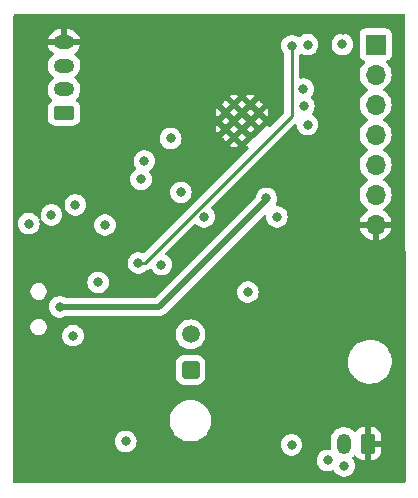
<source format=gbr>
%TF.GenerationSoftware,KiCad,Pcbnew,7.0.10-7.0.10~ubuntu22.04.1*%
%TF.CreationDate,2024-01-30T00:04:26+01:00*%
%TF.ProjectId,MailBox_LP_Notifier,4d61696c-426f-4785-9f4c-505f4e6f7469,rev?*%
%TF.SameCoordinates,Original*%
%TF.FileFunction,Copper,L2,Inr*%
%TF.FilePolarity,Positive*%
%FSLAX46Y46*%
G04 Gerber Fmt 4.6, Leading zero omitted, Abs format (unit mm)*
G04 Created by KiCad (PCBNEW 7.0.10-7.0.10~ubuntu22.04.1) date 2024-01-30 00:04:26*
%MOMM*%
%LPD*%
G01*
G04 APERTURE LIST*
G04 Aperture macros list*
%AMRoundRect*
0 Rectangle with rounded corners*
0 $1 Rounding radius*
0 $2 $3 $4 $5 $6 $7 $8 $9 X,Y pos of 4 corners*
0 Add a 4 corners polygon primitive as box body*
4,1,4,$2,$3,$4,$5,$6,$7,$8,$9,$2,$3,0*
0 Add four circle primitives for the rounded corners*
1,1,$1+$1,$2,$3*
1,1,$1+$1,$4,$5*
1,1,$1+$1,$6,$7*
1,1,$1+$1,$8,$9*
0 Add four rect primitives between the rounded corners*
20,1,$1+$1,$2,$3,$4,$5,0*
20,1,$1+$1,$4,$5,$6,$7,0*
20,1,$1+$1,$6,$7,$8,$9,0*
20,1,$1+$1,$8,$9,$2,$3,0*%
G04 Aperture macros list end*
%TA.AperFunction,HeatsinkPad*%
%ADD10C,0.600000*%
%TD*%
%TA.AperFunction,ComponentPad*%
%ADD11RoundRect,0.250001X0.499999X0.499999X-0.499999X0.499999X-0.499999X-0.499999X0.499999X-0.499999X0*%
%TD*%
%TA.AperFunction,ComponentPad*%
%ADD12C,1.500000*%
%TD*%
%TA.AperFunction,ComponentPad*%
%ADD13R,1.700000X1.700000*%
%TD*%
%TA.AperFunction,ComponentPad*%
%ADD14O,1.700000X1.700000*%
%TD*%
%TA.AperFunction,ComponentPad*%
%ADD15RoundRect,0.250000X0.625000X-0.350000X0.625000X0.350000X-0.625000X0.350000X-0.625000X-0.350000X0*%
%TD*%
%TA.AperFunction,ComponentPad*%
%ADD16O,1.750000X1.200000*%
%TD*%
%TA.AperFunction,ComponentPad*%
%ADD17RoundRect,0.250000X0.350000X0.625000X-0.350000X0.625000X-0.350000X-0.625000X0.350000X-0.625000X0*%
%TD*%
%TA.AperFunction,ComponentPad*%
%ADD18O,1.200000X1.750000*%
%TD*%
%TA.AperFunction,ViaPad*%
%ADD19C,0.800000*%
%TD*%
%TA.AperFunction,Conductor*%
%ADD20C,0.250000*%
%TD*%
%TA.AperFunction,Conductor*%
%ADD21C,0.500000*%
%TD*%
G04 APERTURE END LIST*
D10*
%TO.N,GND*%
%TO.C,U3*%
X137161000Y-71485400D03*
X136436000Y-72185400D03*
X136436000Y-69385400D03*
X137161000Y-70085400D03*
X137836000Y-69385400D03*
X135736000Y-70085400D03*
X137836000Y-70785400D03*
X138536000Y-71485400D03*
X137836000Y-72185400D03*
X135736000Y-71485400D03*
X136436000Y-70785400D03*
X138536000Y-70085400D03*
%TD*%
D11*
%TO.N,Net-(D1-Pad2)*%
%TO.C,SW1*%
X132765800Y-91871800D03*
D12*
%TO.N,VDD*%
X132765800Y-88871800D03*
%TD*%
D13*
%TO.N,DRT*%
%TO.C,J2*%
X148437200Y-64332800D03*
D14*
%TO.N,RTS*%
X148437200Y-66872800D03*
%TO.N,TX*%
X148437200Y-69412800D03*
%TO.N,RX*%
X148437200Y-71952800D03*
%TO.N,+3V3*%
X148437200Y-74492800D03*
%TO.N,unconnected-(J2-Pad6)*%
X148437200Y-77032800D03*
%TO.N,GND*%
X148437200Y-79572800D03*
%TD*%
D15*
%TO.N,SCL*%
%TO.C,J3*%
X122058600Y-70132200D03*
D16*
%TO.N,SDA*%
X122058600Y-68132200D03*
%TO.N,+3V3*%
X122058600Y-66132200D03*
%TO.N,GND*%
X122058600Y-64132200D03*
%TD*%
D17*
%TO.N,GND*%
%TO.C,J1*%
X147761200Y-98129000D03*
D18*
%TO.N,VDD*%
X145761200Y-98129000D03*
%TD*%
D19*
%TO.N,GND*%
X142468600Y-81153000D03*
X129336800Y-63068200D03*
X129489200Y-92303600D03*
X121818400Y-95580200D03*
X123126500Y-82334100D03*
X149199600Y-99542600D03*
X142468600Y-80314800D03*
X124333000Y-63060400D03*
X124981000Y-88302800D03*
X139340102Y-97667300D03*
X139725400Y-100228400D03*
X142646400Y-63042800D03*
X143306800Y-93624400D03*
X140880600Y-86144600D03*
X145643600Y-63068200D03*
X136271000Y-93878400D03*
X119100600Y-74472800D03*
X125433000Y-63060400D03*
X147751800Y-100025200D03*
X140156600Y-93498000D03*
%TO.N,VDD*%
X141325600Y-98221800D03*
X140081000Y-78917800D03*
X133908800Y-78917800D03*
X144373600Y-99542600D03*
X119075200Y-79502000D03*
X145770600Y-99999800D03*
X123012200Y-77901800D03*
X131089400Y-72288400D03*
%TO.N,+3V3*%
X124942600Y-84480400D03*
X122819600Y-88991000D03*
X142671800Y-64338200D03*
X145618200Y-64312800D03*
X130288800Y-82969600D03*
%TO.N,V_SENSE*%
X142671800Y-71120000D03*
%TO.N,~{INT}*%
X120993200Y-78752400D03*
X128854200Y-74193400D03*
%TO.N,MCU_HOLD*%
X128574800Y-75742800D03*
%TO.N,TX*%
X142319988Y-68119012D03*
%TO.N,RX*%
X142367000Y-69545200D03*
%TO.N,IO0*%
X125526800Y-79603600D03*
%TO.N,RST*%
X141351000Y-64439800D03*
X128346200Y-82829400D03*
%TO.N,VCC_SW*%
X121691400Y-86537800D03*
X139192000Y-77368400D03*
%TO.N,C_REED*%
X127279400Y-97942400D03*
%TO.N,WU_BUT*%
X131955079Y-76858487D03*
%TO.N,Net-(Q2-Pad1)*%
X137617878Y-85298033D03*
%TD*%
D20*
%TO.N,RST*%
X141351000Y-64439800D02*
X141351000Y-70367305D01*
X141351000Y-70367305D02*
X128888905Y-82829400D01*
X128888905Y-82829400D02*
X128346200Y-82829400D01*
D21*
%TO.N,VCC_SW*%
X139192000Y-77470000D02*
X139192000Y-77368400D01*
X130124200Y-86537800D02*
X139192000Y-77470000D01*
X121691400Y-86537800D02*
X130124200Y-86537800D01*
%TD*%
%TA.AperFunction,Conductor*%
%TO.N,GND*%
G36*
X150897388Y-61785402D02*
G01*
X150943881Y-61839058D01*
X150955267Y-61891330D01*
X150977030Y-101346430D01*
X150957066Y-101414562D01*
X150903436Y-101461085D01*
X150851030Y-101472500D01*
X117855640Y-101472500D01*
X117787519Y-101452498D01*
X117741026Y-101398842D01*
X117729640Y-101346361D01*
X117730628Y-100451100D01*
X117731630Y-99542600D01*
X143460096Y-99542600D01*
X143480057Y-99732527D01*
X143505189Y-99809872D01*
X143539073Y-99914156D01*
X143539076Y-99914161D01*
X143634558Y-100079541D01*
X143634565Y-100079551D01*
X143762344Y-100221464D01*
X143762347Y-100221466D01*
X143916848Y-100333718D01*
X144091312Y-100411394D01*
X144278113Y-100451100D01*
X144469087Y-100451100D01*
X144655888Y-100411394D01*
X144793526Y-100350113D01*
X144863891Y-100340680D01*
X144928188Y-100370786D01*
X144953892Y-100402220D01*
X145031560Y-100536744D01*
X145031562Y-100536747D01*
X145031565Y-100536751D01*
X145159344Y-100678664D01*
X145159347Y-100678666D01*
X145313848Y-100790918D01*
X145488312Y-100868594D01*
X145675113Y-100908300D01*
X145866087Y-100908300D01*
X146052888Y-100868594D01*
X146227352Y-100790918D01*
X146381853Y-100678666D01*
X146509640Y-100536744D01*
X146605127Y-100371356D01*
X146664142Y-100189728D01*
X146684104Y-99999800D01*
X146664142Y-99809872D01*
X146605127Y-99628244D01*
X146509640Y-99462856D01*
X146509638Y-99462854D01*
X146509634Y-99462848D01*
X146477240Y-99426872D01*
X146446522Y-99362865D01*
X146455285Y-99292411D01*
X146486396Y-99250021D01*
X146486273Y-99249904D01*
X146487183Y-99248949D01*
X146488374Y-99247327D01*
X146490410Y-99245562D01*
X146490415Y-99245559D01*
X146580152Y-99151444D01*
X146641636Y-99115946D01*
X146712553Y-99119324D01*
X146770385Y-99160505D01*
X146778584Y-99172247D01*
X146812565Y-99227339D01*
X146812570Y-99227345D01*
X146937854Y-99352629D01*
X146937860Y-99352634D01*
X147088674Y-99445657D01*
X147256878Y-99501393D01*
X147256881Y-99501394D01*
X147360683Y-99511999D01*
X147360683Y-99512000D01*
X147507200Y-99512000D01*
X147507200Y-98406503D01*
X147580252Y-98463363D01*
X147698624Y-98504000D01*
X147792273Y-98504000D01*
X147884646Y-98488586D01*
X147994714Y-98429019D01*
X148015200Y-98406765D01*
X148015200Y-99512000D01*
X148161717Y-99512000D01*
X148161716Y-99511999D01*
X148265518Y-99501394D01*
X148265521Y-99501393D01*
X148433725Y-99445657D01*
X148584539Y-99352634D01*
X148584545Y-99352629D01*
X148709829Y-99227345D01*
X148709834Y-99227339D01*
X148802857Y-99076525D01*
X148858593Y-98908321D01*
X148858594Y-98908318D01*
X148869199Y-98804516D01*
X148869200Y-98804516D01*
X148869200Y-98383000D01*
X148037078Y-98383000D01*
X148079478Y-98336941D01*
X148129751Y-98222330D01*
X148140086Y-98097605D01*
X148109363Y-97976281D01*
X148043192Y-97875000D01*
X148869200Y-97875000D01*
X148869200Y-97453483D01*
X148858594Y-97349681D01*
X148858593Y-97349678D01*
X148802857Y-97181474D01*
X148709834Y-97030660D01*
X148709829Y-97030654D01*
X148584545Y-96905370D01*
X148584539Y-96905365D01*
X148433725Y-96812342D01*
X148265521Y-96756606D01*
X148265518Y-96756605D01*
X148161716Y-96746000D01*
X148015200Y-96746000D01*
X148015200Y-97851496D01*
X147942148Y-97794637D01*
X147823776Y-97754000D01*
X147730127Y-97754000D01*
X147637754Y-97769414D01*
X147527686Y-97828981D01*
X147507200Y-97851234D01*
X147507200Y-96746000D01*
X147360683Y-96746000D01*
X147256881Y-96756605D01*
X147256878Y-96756606D01*
X147088674Y-96812342D01*
X146937860Y-96905365D01*
X146937854Y-96905370D01*
X146812570Y-97030654D01*
X146812563Y-97030663D01*
X146780423Y-97082770D01*
X146727637Y-97130248D01*
X146657562Y-97141650D01*
X146592446Y-97113357D01*
X146574139Y-97094508D01*
X146567107Y-97085566D01*
X146567106Y-97085565D01*
X146407122Y-96946938D01*
X146407111Y-96946930D01*
X146223787Y-96841089D01*
X146223780Y-96841086D01*
X146023730Y-96771848D01*
X146023729Y-96771847D01*
X146023727Y-96771847D01*
X146023725Y-96771846D01*
X146023719Y-96771845D01*
X145814185Y-96741718D01*
X145602736Y-96751790D01*
X145602723Y-96751792D01*
X145397001Y-96801700D01*
X145396995Y-96801702D01*
X145204428Y-96889644D01*
X145204421Y-96889648D01*
X145031991Y-97012435D01*
X145031981Y-97012444D01*
X144885895Y-97165656D01*
X144771444Y-97343745D01*
X144692763Y-97540281D01*
X144652700Y-97748146D01*
X144652700Y-98456804D01*
X144657463Y-98506688D01*
X144644026Y-98576402D01*
X144595032Y-98627784D01*
X144526037Y-98644521D01*
X144505837Y-98641911D01*
X144469089Y-98634100D01*
X144469087Y-98634100D01*
X144278113Y-98634100D01*
X144091311Y-98673806D01*
X143916847Y-98751482D01*
X143762344Y-98863735D01*
X143634565Y-99005648D01*
X143634558Y-99005658D01*
X143539076Y-99171038D01*
X143539073Y-99171045D01*
X143480057Y-99352672D01*
X143460096Y-99542600D01*
X117731630Y-99542600D01*
X117733395Y-97942400D01*
X126365896Y-97942400D01*
X126385857Y-98132327D01*
X126414929Y-98221800D01*
X126444873Y-98313956D01*
X126444876Y-98313961D01*
X126540358Y-98479341D01*
X126540365Y-98479351D01*
X126668144Y-98621264D01*
X126668147Y-98621266D01*
X126822648Y-98733518D01*
X126997112Y-98811194D01*
X127183913Y-98850900D01*
X127374887Y-98850900D01*
X127561688Y-98811194D01*
X127736152Y-98733518D01*
X127890653Y-98621266D01*
X127990973Y-98509849D01*
X128018434Y-98479351D01*
X128018435Y-98479349D01*
X128018440Y-98479344D01*
X128113927Y-98313956D01*
X128143871Y-98221800D01*
X140412096Y-98221800D01*
X140432057Y-98411727D01*
X140437676Y-98429019D01*
X140491073Y-98593356D01*
X140491076Y-98593361D01*
X140586558Y-98758741D01*
X140586565Y-98758751D01*
X140714344Y-98900664D01*
X140714347Y-98900666D01*
X140868848Y-99012918D01*
X141043312Y-99090594D01*
X141230113Y-99130300D01*
X141421087Y-99130300D01*
X141607888Y-99090594D01*
X141782352Y-99012918D01*
X141936853Y-98900666D01*
X141970107Y-98863734D01*
X142064634Y-98758751D01*
X142064635Y-98758749D01*
X142064640Y-98758744D01*
X142160127Y-98593356D01*
X142219142Y-98411728D01*
X142239104Y-98221800D01*
X142219142Y-98031872D01*
X142160127Y-97850244D01*
X142064640Y-97684856D01*
X142064638Y-97684854D01*
X142064634Y-97684848D01*
X141936855Y-97542935D01*
X141782352Y-97430682D01*
X141607888Y-97353006D01*
X141421087Y-97313300D01*
X141230113Y-97313300D01*
X141043311Y-97353006D01*
X140868847Y-97430682D01*
X140714344Y-97542935D01*
X140586565Y-97684848D01*
X140586558Y-97684858D01*
X140491076Y-97850238D01*
X140491073Y-97850245D01*
X140432057Y-98031872D01*
X140412096Y-98221800D01*
X128143871Y-98221800D01*
X128172942Y-98132328D01*
X128192904Y-97942400D01*
X128172942Y-97752472D01*
X128113927Y-97570844D01*
X128018440Y-97405456D01*
X128018438Y-97405454D01*
X128018434Y-97405448D01*
X127890655Y-97263535D01*
X127736152Y-97151282D01*
X127561688Y-97073606D01*
X127374887Y-97033900D01*
X127183913Y-97033900D01*
X126997111Y-97073606D01*
X126822647Y-97151282D01*
X126668144Y-97263535D01*
X126540365Y-97405448D01*
X126540358Y-97405458D01*
X126444876Y-97570838D01*
X126444873Y-97570845D01*
X126385857Y-97752472D01*
X126365896Y-97942400D01*
X117733395Y-97942400D01*
X117735182Y-96322982D01*
X131015300Y-96322982D01*
X131037024Y-96467111D01*
X131054404Y-96582419D01*
X131131733Y-96833114D01*
X131131738Y-96833127D01*
X131245573Y-97069506D01*
X131245577Y-97069513D01*
X131377860Y-97263535D01*
X131393367Y-97286279D01*
X131571819Y-97478605D01*
X131776943Y-97642186D01*
X131776946Y-97642188D01*
X132004152Y-97773366D01*
X132004156Y-97773367D01*
X132004157Y-97773368D01*
X132248384Y-97869220D01*
X132504170Y-97927602D01*
X132700306Y-97942300D01*
X132700307Y-97942300D01*
X132831293Y-97942300D01*
X132831294Y-97942300D01*
X133027430Y-97927602D01*
X133283216Y-97869220D01*
X133527443Y-97773368D01*
X133527445Y-97773366D01*
X133527447Y-97773366D01*
X133752795Y-97643261D01*
X133754657Y-97642186D01*
X133959781Y-97478605D01*
X134138233Y-97286279D01*
X134286028Y-97069504D01*
X134399863Y-96833123D01*
X134418765Y-96771845D01*
X134477195Y-96582419D01*
X134477196Y-96582415D01*
X134516300Y-96322982D01*
X134516300Y-96060618D01*
X134477196Y-95801185D01*
X134477195Y-95801183D01*
X134477195Y-95801180D01*
X134399866Y-95550485D01*
X134399861Y-95550472D01*
X134351654Y-95450370D01*
X134286028Y-95314096D01*
X134286026Y-95314093D01*
X134286022Y-95314086D01*
X134138237Y-95097327D01*
X134138233Y-95097321D01*
X133959781Y-94904995D01*
X133754657Y-94741414D01*
X133754652Y-94741411D01*
X133754653Y-94741411D01*
X133527447Y-94610233D01*
X133527439Y-94610230D01*
X133283219Y-94514381D01*
X133283217Y-94514380D01*
X133027433Y-94455998D01*
X132880328Y-94444974D01*
X132831294Y-94441300D01*
X132700306Y-94441300D01*
X132661078Y-94444239D01*
X132504166Y-94455998D01*
X132248382Y-94514380D01*
X132248380Y-94514381D01*
X132004160Y-94610230D01*
X132004152Y-94610233D01*
X131776946Y-94741411D01*
X131571818Y-94904995D01*
X131393366Y-95097322D01*
X131393362Y-95097327D01*
X131245577Y-95314086D01*
X131245573Y-95314093D01*
X131131738Y-95550472D01*
X131131733Y-95550485D01*
X131054404Y-95801180D01*
X131032679Y-95945314D01*
X131015300Y-96060618D01*
X131015300Y-96322982D01*
X117735182Y-96322982D01*
X117739485Y-92422352D01*
X131507299Y-92422352D01*
X131517912Y-92526221D01*
X131517912Y-92526223D01*
X131517913Y-92526225D01*
X131573685Y-92694538D01*
X131597683Y-92733444D01*
X131666770Y-92845451D01*
X131666775Y-92845457D01*
X131792142Y-92970824D01*
X131792148Y-92970829D01*
X131792149Y-92970830D01*
X131943062Y-93063915D01*
X132111375Y-93119687D01*
X132139706Y-93122581D01*
X132215248Y-93130300D01*
X132215256Y-93130300D01*
X133316352Y-93130300D01*
X133385598Y-93123224D01*
X133420225Y-93119687D01*
X133588538Y-93063915D01*
X133739451Y-92970830D01*
X133864830Y-92845451D01*
X133957915Y-92694538D01*
X134013687Y-92526225D01*
X134019041Y-92473820D01*
X134024300Y-92422352D01*
X134024300Y-91321247D01*
X134017405Y-91253765D01*
X146100788Y-91253765D01*
X146130412Y-91523014D01*
X146198928Y-91785090D01*
X146304869Y-92034389D01*
X146304870Y-92034390D01*
X146445982Y-92265610D01*
X146619255Y-92473820D01*
X146619257Y-92473822D01*
X146619259Y-92473824D01*
X146724236Y-92567883D01*
X146820998Y-92654582D01*
X147046910Y-92804044D01*
X147292176Y-92919020D01*
X147551569Y-92997060D01*
X147551572Y-92997060D01*
X147551574Y-92997061D01*
X147819557Y-93036500D01*
X147819561Y-93036500D01*
X148022631Y-93036500D01*
X148225156Y-93021677D01*
X148225160Y-93021676D01*
X148225161Y-93021676D01*
X148453415Y-92970830D01*
X148489553Y-92962780D01*
X148742558Y-92866014D01*
X148978777Y-92733441D01*
X149193177Y-92567888D01*
X149381186Y-92372881D01*
X149538799Y-92152579D01*
X149662656Y-91911675D01*
X149750118Y-91655305D01*
X149799319Y-91388933D01*
X149809212Y-91118235D01*
X149784996Y-90898148D01*
X149779587Y-90848985D01*
X149711071Y-90586909D01*
X149605130Y-90337610D01*
X149464018Y-90106390D01*
X149290745Y-89898180D01*
X149290741Y-89898177D01*
X149290740Y-89898175D01*
X149089012Y-89717427D01*
X149089002Y-89717418D01*
X148863090Y-89567956D01*
X148617824Y-89452980D01*
X148460392Y-89405615D01*
X148358425Y-89374938D01*
X148090442Y-89335500D01*
X148090439Y-89335500D01*
X147887369Y-89335500D01*
X147684839Y-89350323D01*
X147684838Y-89350323D01*
X147420456Y-89409217D01*
X147420441Y-89409222D01*
X147167441Y-89505986D01*
X146931229Y-89638555D01*
X146931225Y-89638557D01*
X146716818Y-89804116D01*
X146528815Y-89999117D01*
X146528810Y-89999123D01*
X146371203Y-90219417D01*
X146371196Y-90219427D01*
X146247343Y-90460324D01*
X146247342Y-90460327D01*
X146159883Y-90716689D01*
X146159880Y-90716702D01*
X146110681Y-90983058D01*
X146110680Y-90983069D01*
X146100788Y-91253765D01*
X134017405Y-91253765D01*
X134013687Y-91217378D01*
X134013687Y-91217375D01*
X133957915Y-91049062D01*
X133864830Y-90898149D01*
X133864829Y-90898148D01*
X133864824Y-90898142D01*
X133739457Y-90772775D01*
X133739451Y-90772770D01*
X133648530Y-90716689D01*
X133588538Y-90679685D01*
X133420225Y-90623913D01*
X133420223Y-90623912D01*
X133420221Y-90623912D01*
X133316352Y-90613300D01*
X133316344Y-90613300D01*
X132215256Y-90613300D01*
X132215248Y-90613300D01*
X132111378Y-90623912D01*
X131943062Y-90679685D01*
X131943060Y-90679686D01*
X131792148Y-90772770D01*
X131792142Y-90772775D01*
X131666775Y-90898142D01*
X131666770Y-90898148D01*
X131573686Y-91049060D01*
X131573685Y-91049062D01*
X131517912Y-91217378D01*
X131507300Y-91321247D01*
X131507300Y-92422352D01*
X131507299Y-92422352D01*
X117739485Y-92422352D01*
X117743270Y-88991000D01*
X121906096Y-88991000D01*
X121926057Y-89180927D01*
X121956126Y-89273470D01*
X121985073Y-89362556D01*
X121985076Y-89362561D01*
X122080558Y-89527941D01*
X122080565Y-89527951D01*
X122208344Y-89669864D01*
X122208347Y-89669866D01*
X122362848Y-89782118D01*
X122537312Y-89859794D01*
X122724113Y-89899500D01*
X122915087Y-89899500D01*
X123101888Y-89859794D01*
X123276352Y-89782118D01*
X123430853Y-89669866D01*
X123558640Y-89527944D01*
X123654127Y-89362556D01*
X123713142Y-89180928D01*
X123733104Y-88991000D01*
X123720576Y-88871800D01*
X131502493Y-88871800D01*
X131521685Y-89091170D01*
X131578679Y-89303873D01*
X131578681Y-89303879D01*
X131606045Y-89362561D01*
X131671744Y-89503454D01*
X131766345Y-89638557D01*
X131798051Y-89683838D01*
X131798054Y-89683842D01*
X131953757Y-89839545D01*
X131953761Y-89839548D01*
X131953762Y-89839549D01*
X132134146Y-89965856D01*
X132333724Y-90058920D01*
X132546429Y-90115915D01*
X132765800Y-90135107D01*
X132985171Y-90115915D01*
X133197876Y-90058920D01*
X133397454Y-89965856D01*
X133577838Y-89839549D01*
X133733549Y-89683838D01*
X133859856Y-89503454D01*
X133952920Y-89303876D01*
X134009915Y-89091171D01*
X134029107Y-88871800D01*
X134009915Y-88652429D01*
X133952920Y-88439724D01*
X133859856Y-88240147D01*
X133733549Y-88059762D01*
X133577838Y-87904051D01*
X133397454Y-87777744D01*
X133258219Y-87712818D01*
X133197879Y-87684681D01*
X133197873Y-87684679D01*
X133107978Y-87660591D01*
X132985171Y-87627685D01*
X132765800Y-87608493D01*
X132546429Y-87627685D01*
X132333726Y-87684679D01*
X132333720Y-87684681D01*
X132134146Y-87777744D01*
X131953765Y-87904048D01*
X131953759Y-87904053D01*
X131798053Y-88059759D01*
X131798048Y-88059765D01*
X131671744Y-88240146D01*
X131578681Y-88439720D01*
X131578679Y-88439726D01*
X131521685Y-88652429D01*
X131502493Y-88871800D01*
X123720576Y-88871800D01*
X123713142Y-88801072D01*
X123654127Y-88619444D01*
X123558640Y-88454056D01*
X123558638Y-88454054D01*
X123558634Y-88454048D01*
X123430855Y-88312135D01*
X123276352Y-88199882D01*
X123101888Y-88122206D01*
X122915087Y-88082500D01*
X122724113Y-88082500D01*
X122537311Y-88122206D01*
X122362847Y-88199882D01*
X122208344Y-88312135D01*
X122080565Y-88454048D01*
X122080558Y-88454058D01*
X122059100Y-88491225D01*
X121985073Y-88619444D01*
X121970599Y-88663986D01*
X121926057Y-88801072D01*
X121906096Y-88991000D01*
X117743270Y-88991000D01*
X117744003Y-88326059D01*
X119205500Y-88326059D01*
X119246208Y-88491221D01*
X119246210Y-88491225D01*
X119325265Y-88641851D01*
X119325270Y-88641857D01*
X119438069Y-88769181D01*
X119438071Y-88769183D01*
X119578070Y-88865818D01*
X119578074Y-88865820D01*
X119667172Y-88899609D01*
X119737128Y-88926140D01*
X119863628Y-88941500D01*
X119863632Y-88941500D01*
X119948368Y-88941500D01*
X119948372Y-88941500D01*
X120074872Y-88926140D01*
X120233930Y-88865818D01*
X120373929Y-88769183D01*
X120486734Y-88641852D01*
X120565790Y-88491225D01*
X120606500Y-88326056D01*
X120606500Y-88155944D01*
X120565790Y-87990775D01*
X120486734Y-87840148D01*
X120431447Y-87777742D01*
X120373930Y-87712818D01*
X120373928Y-87712816D01*
X120233929Y-87616181D01*
X120233925Y-87616179D01*
X120074870Y-87555859D01*
X119948378Y-87540500D01*
X119948372Y-87540500D01*
X119863628Y-87540500D01*
X119863621Y-87540500D01*
X119737129Y-87555859D01*
X119578074Y-87616179D01*
X119578070Y-87616181D01*
X119438071Y-87712816D01*
X119438069Y-87712818D01*
X119325270Y-87840142D01*
X119325265Y-87840148D01*
X119246210Y-87990774D01*
X119246208Y-87990778D01*
X119205500Y-88155940D01*
X119205500Y-88326059D01*
X117744003Y-88326059D01*
X117745975Y-86537800D01*
X120777896Y-86537800D01*
X120797857Y-86727727D01*
X120827926Y-86820270D01*
X120856873Y-86909356D01*
X120856876Y-86909361D01*
X120952358Y-87074741D01*
X120952365Y-87074751D01*
X121080144Y-87216664D01*
X121094112Y-87226812D01*
X121234648Y-87328918D01*
X121409112Y-87406594D01*
X121595913Y-87446300D01*
X121786887Y-87446300D01*
X121973688Y-87406594D01*
X122148152Y-87328918D01*
X122159924Y-87320364D01*
X122226791Y-87296506D01*
X122233987Y-87296300D01*
X130059759Y-87296300D01*
X130078019Y-87297630D01*
X130083689Y-87298460D01*
X130101989Y-87301141D01*
X130151846Y-87296778D01*
X130162827Y-87296300D01*
X130168375Y-87296300D01*
X130168380Y-87296300D01*
X130199487Y-87292663D01*
X130203089Y-87292295D01*
X130278626Y-87285687D01*
X130278630Y-87285685D01*
X130285818Y-87284202D01*
X130285831Y-87284268D01*
X130293187Y-87282636D01*
X130293172Y-87282571D01*
X130300302Y-87280880D01*
X130300313Y-87280879D01*
X130371600Y-87254932D01*
X130374969Y-87253761D01*
X130446938Y-87229914D01*
X130446947Y-87229908D01*
X130453589Y-87226812D01*
X130453618Y-87226874D01*
X130460403Y-87223589D01*
X130460373Y-87223529D01*
X130466924Y-87220237D01*
X130466932Y-87220235D01*
X130530291Y-87178561D01*
X130533361Y-87176606D01*
X130597851Y-87136830D01*
X130597859Y-87136821D01*
X130603608Y-87132277D01*
X130603650Y-87132331D01*
X130609489Y-87127575D01*
X130609446Y-87127523D01*
X130615064Y-87122807D01*
X130615074Y-87122801D01*
X130667161Y-87067590D01*
X130669648Y-87065031D01*
X132436646Y-85298033D01*
X136704374Y-85298033D01*
X136724335Y-85487960D01*
X136754404Y-85580503D01*
X136783351Y-85669589D01*
X136783354Y-85669594D01*
X136878836Y-85834974D01*
X136878843Y-85834984D01*
X137006622Y-85976897D01*
X137067877Y-86021401D01*
X137161126Y-86089151D01*
X137335590Y-86166827D01*
X137522391Y-86206533D01*
X137713365Y-86206533D01*
X137900166Y-86166827D01*
X138074630Y-86089151D01*
X138229131Y-85976899D01*
X138229133Y-85976897D01*
X138356912Y-85834984D01*
X138356913Y-85834982D01*
X138356918Y-85834977D01*
X138452405Y-85669589D01*
X138511420Y-85487961D01*
X138531382Y-85298033D01*
X138511420Y-85108105D01*
X138452405Y-84926477D01*
X138356918Y-84761089D01*
X138356916Y-84761087D01*
X138356912Y-84761081D01*
X138229133Y-84619168D01*
X138074630Y-84506915D01*
X137900166Y-84429239D01*
X137713365Y-84389533D01*
X137522391Y-84389533D01*
X137335589Y-84429239D01*
X137161125Y-84506915D01*
X137006622Y-84619168D01*
X136878843Y-84761081D01*
X136878836Y-84761091D01*
X136783354Y-84926471D01*
X136783351Y-84926478D01*
X136724335Y-85108105D01*
X136704374Y-85298033D01*
X132436646Y-85298033D01*
X138957079Y-78777600D01*
X139019389Y-78743576D01*
X139090204Y-78748641D01*
X139147040Y-78791188D01*
X139171851Y-78857708D01*
X139171482Y-78879864D01*
X139167496Y-78917797D01*
X139167496Y-78917798D01*
X139187457Y-79107727D01*
X139216978Y-79198581D01*
X139246473Y-79289356D01*
X139246476Y-79289361D01*
X139341958Y-79454741D01*
X139341965Y-79454751D01*
X139469744Y-79596664D01*
X139469747Y-79596666D01*
X139624248Y-79708918D01*
X139798712Y-79786594D01*
X139985513Y-79826300D01*
X140176487Y-79826300D01*
X140363288Y-79786594D01*
X140537752Y-79708918D01*
X140692253Y-79596666D01*
X140766459Y-79514252D01*
X140820034Y-79454751D01*
X140820035Y-79454749D01*
X140820040Y-79454744D01*
X140915527Y-79289356D01*
X140974542Y-79107728D01*
X140994504Y-78917800D01*
X140974542Y-78727872D01*
X140915527Y-78546244D01*
X140820040Y-78380856D01*
X140820038Y-78380854D01*
X140820034Y-78380848D01*
X140692255Y-78238935D01*
X140537752Y-78126682D01*
X140363288Y-78049006D01*
X140176487Y-78009300D01*
X140089259Y-78009300D01*
X140021138Y-77989298D01*
X139974645Y-77935642D01*
X139964541Y-77865368D01*
X139980140Y-77820300D01*
X140026527Y-77739956D01*
X140085542Y-77558328D01*
X140105504Y-77368400D01*
X140085542Y-77178472D01*
X140038210Y-77032800D01*
X147074044Y-77032800D01*
X147090388Y-77230043D01*
X147092637Y-77257175D01*
X147147902Y-77475412D01*
X147147903Y-77475413D01*
X147147904Y-77475416D01*
X147224309Y-77649604D01*
X147238341Y-77681593D01*
X147361475Y-77870065D01*
X147361479Y-77870070D01*
X147513962Y-78035708D01*
X147562561Y-78073534D01*
X147691624Y-78173989D01*
X147725405Y-78192270D01*
X147775796Y-78242282D01*
X147791149Y-78311599D01*
X147766589Y-78378212D01*
X147725409Y-78413896D01*
X147691904Y-78432028D01*
X147691898Y-78432032D01*
X147514297Y-78570265D01*
X147361874Y-78735841D01*
X147238780Y-78924251D01*
X147148379Y-79130343D01*
X147148376Y-79130350D01*
X147100655Y-79318799D01*
X147100656Y-79318800D01*
X148006084Y-79318800D01*
X147977707Y-79362956D01*
X147937200Y-79500911D01*
X147937200Y-79644689D01*
X147977707Y-79782644D01*
X148006084Y-79826800D01*
X147100655Y-79826800D01*
X147148376Y-80015249D01*
X147148379Y-80015256D01*
X147238780Y-80221348D01*
X147361874Y-80409758D01*
X147514297Y-80575334D01*
X147691898Y-80713567D01*
X147691899Y-80713568D01*
X147889828Y-80820682D01*
X147889830Y-80820683D01*
X148102683Y-80893755D01*
X148102692Y-80893757D01*
X148183200Y-80907191D01*
X148183200Y-80006474D01*
X148294885Y-80057480D01*
X148401437Y-80072800D01*
X148472963Y-80072800D01*
X148579515Y-80057480D01*
X148691200Y-80006474D01*
X148691200Y-80907190D01*
X148771707Y-80893757D01*
X148771716Y-80893755D01*
X148984569Y-80820683D01*
X148984571Y-80820682D01*
X149182500Y-80713568D01*
X149182501Y-80713567D01*
X149360102Y-80575334D01*
X149512525Y-80409758D01*
X149635619Y-80221348D01*
X149726020Y-80015256D01*
X149726023Y-80015249D01*
X149773744Y-79826800D01*
X148868316Y-79826800D01*
X148896693Y-79782644D01*
X148937200Y-79644689D01*
X148937200Y-79500911D01*
X148896693Y-79362956D01*
X148868316Y-79318800D01*
X149773744Y-79318800D01*
X149773744Y-79318799D01*
X149726023Y-79130350D01*
X149726020Y-79130343D01*
X149635619Y-78924251D01*
X149512525Y-78735841D01*
X149360102Y-78570265D01*
X149182501Y-78432032D01*
X149182500Y-78432031D01*
X149148991Y-78413897D01*
X149098601Y-78363883D01*
X149083250Y-78294566D01*
X149107812Y-78227953D01*
X149148990Y-78192272D01*
X149182776Y-78173989D01*
X149360440Y-78035706D01*
X149512922Y-77870068D01*
X149636060Y-77681591D01*
X149726496Y-77475416D01*
X149781764Y-77257168D01*
X149800356Y-77032800D01*
X149781764Y-76808432D01*
X149726496Y-76590184D01*
X149636060Y-76384009D01*
X149567945Y-76279751D01*
X149512924Y-76195534D01*
X149512920Y-76195529D01*
X149396770Y-76069359D01*
X149360440Y-76029894D01*
X149360439Y-76029893D01*
X149360437Y-76029891D01*
X149278582Y-75966181D01*
X149182776Y-75891611D01*
X149149519Y-75873613D01*
X149099129Y-75823602D01*
X149083776Y-75754285D01*
X149108336Y-75687672D01*
X149149520Y-75651986D01*
X149182776Y-75633989D01*
X149360440Y-75495706D01*
X149512922Y-75330068D01*
X149636060Y-75141591D01*
X149726496Y-74935416D01*
X149781764Y-74717168D01*
X149800356Y-74492800D01*
X149781764Y-74268432D01*
X149726496Y-74050184D01*
X149636060Y-73844009D01*
X149621575Y-73821838D01*
X149512924Y-73655534D01*
X149512920Y-73655529D01*
X149360437Y-73489891D01*
X149247877Y-73402282D01*
X149182776Y-73351611D01*
X149149519Y-73333613D01*
X149099129Y-73283602D01*
X149083776Y-73214285D01*
X149108336Y-73147672D01*
X149149520Y-73111986D01*
X149182776Y-73093989D01*
X149360440Y-72955706D01*
X149512922Y-72790068D01*
X149636060Y-72601591D01*
X149726496Y-72395416D01*
X149781764Y-72177168D01*
X149800356Y-71952800D01*
X149781764Y-71728432D01*
X149726496Y-71510184D01*
X149636060Y-71304009D01*
X149626416Y-71289247D01*
X149512924Y-71115534D01*
X149512920Y-71115529D01*
X149360437Y-70949891D01*
X149250998Y-70864711D01*
X149182776Y-70811611D01*
X149170443Y-70804937D01*
X149149520Y-70793614D01*
X149099129Y-70743602D01*
X149083776Y-70674285D01*
X149108336Y-70607672D01*
X149149520Y-70571986D01*
X149182776Y-70553989D01*
X149360440Y-70415706D01*
X149512922Y-70250068D01*
X149636060Y-70061591D01*
X149726496Y-69855416D01*
X149781764Y-69637168D01*
X149800356Y-69412800D01*
X149781764Y-69188432D01*
X149780433Y-69183175D01*
X149726497Y-68970187D01*
X149726496Y-68970186D01*
X149726496Y-68970184D01*
X149636060Y-68764009D01*
X149587040Y-68688978D01*
X149512924Y-68575534D01*
X149512920Y-68575529D01*
X149360437Y-68409891D01*
X149278582Y-68346181D01*
X149182776Y-68271611D01*
X149149519Y-68253613D01*
X149099129Y-68203602D01*
X149083776Y-68134285D01*
X149108336Y-68067672D01*
X149149520Y-68031986D01*
X149182776Y-68013989D01*
X149360440Y-67875706D01*
X149512922Y-67710068D01*
X149636060Y-67521591D01*
X149726496Y-67315416D01*
X149781764Y-67097168D01*
X149800356Y-66872800D01*
X149781764Y-66648432D01*
X149768178Y-66594782D01*
X149726497Y-66430187D01*
X149726496Y-66430186D01*
X149726496Y-66430184D01*
X149636060Y-66224009D01*
X149610695Y-66185185D01*
X149512924Y-66035534D01*
X149512919Y-66035529D01*
X149369724Y-65879979D01*
X149338303Y-65816314D01*
X149346290Y-65745768D01*
X149391148Y-65690739D01*
X149418383Y-65676589D01*
X149533404Y-65633689D01*
X149650461Y-65546061D01*
X149738089Y-65429004D01*
X149789189Y-65292001D01*
X149792964Y-65256892D01*
X149795699Y-65231449D01*
X149795700Y-65231432D01*
X149795700Y-63434167D01*
X149795699Y-63434150D01*
X149789190Y-63373603D01*
X149789188Y-63373595D01*
X149760124Y-63295675D01*
X149738089Y-63236596D01*
X149738088Y-63236594D01*
X149738087Y-63236592D01*
X149650461Y-63119538D01*
X149533407Y-63031912D01*
X149533402Y-63031910D01*
X149396404Y-62980811D01*
X149396396Y-62980809D01*
X149335849Y-62974300D01*
X149335838Y-62974300D01*
X147538562Y-62974300D01*
X147538550Y-62974300D01*
X147478003Y-62980809D01*
X147477995Y-62980811D01*
X147340997Y-63031910D01*
X147340992Y-63031912D01*
X147223938Y-63119538D01*
X147136312Y-63236592D01*
X147136310Y-63236597D01*
X147085211Y-63373595D01*
X147085209Y-63373603D01*
X147078700Y-63434150D01*
X147078700Y-65231449D01*
X147085209Y-65291996D01*
X147085211Y-65292004D01*
X147136310Y-65429002D01*
X147136312Y-65429007D01*
X147223938Y-65546061D01*
X147340991Y-65633686D01*
X147340992Y-65633686D01*
X147340996Y-65633689D01*
X147456010Y-65676587D01*
X147512842Y-65719132D01*
X147537653Y-65785652D01*
X147522562Y-65855026D01*
X147504675Y-65879979D01*
X147361480Y-66035529D01*
X147361475Y-66035534D01*
X147238341Y-66224006D01*
X147147903Y-66430186D01*
X147147902Y-66430187D01*
X147092637Y-66648424D01*
X147092636Y-66648430D01*
X147092636Y-66648432D01*
X147074044Y-66872800D01*
X147090299Y-67068971D01*
X147092637Y-67097175D01*
X147147902Y-67315412D01*
X147147903Y-67315413D01*
X147147904Y-67315416D01*
X147186313Y-67402981D01*
X147238341Y-67521593D01*
X147361475Y-67710065D01*
X147361479Y-67710070D01*
X147489739Y-67849396D01*
X147508402Y-67869669D01*
X147513962Y-67875708D01*
X147568531Y-67918181D01*
X147691624Y-68013989D01*
X147724880Y-68031986D01*
X147775271Y-68082000D01*
X147790623Y-68151316D01*
X147766062Y-68217929D01*
X147724880Y-68253613D01*
X147691626Y-68271610D01*
X147691624Y-68271611D01*
X147513962Y-68409891D01*
X147361479Y-68575529D01*
X147361475Y-68575534D01*
X147238341Y-68764006D01*
X147147903Y-68970186D01*
X147147902Y-68970187D01*
X147092637Y-69188424D01*
X147092636Y-69188430D01*
X147092636Y-69188432D01*
X147074044Y-69412800D01*
X147091857Y-69627772D01*
X147092637Y-69637175D01*
X147147902Y-69855412D01*
X147147903Y-69855413D01*
X147147904Y-69855416D01*
X147169421Y-69904470D01*
X147238341Y-70061593D01*
X147361475Y-70250065D01*
X147361479Y-70250070D01*
X147513962Y-70415708D01*
X147567155Y-70457110D01*
X147691624Y-70553989D01*
X147724880Y-70571986D01*
X147775271Y-70622000D01*
X147790623Y-70691316D01*
X147766062Y-70757929D01*
X147724880Y-70793613D01*
X147691626Y-70811610D01*
X147691624Y-70811611D01*
X147513962Y-70949891D01*
X147361479Y-71115529D01*
X147361475Y-71115534D01*
X147238341Y-71304006D01*
X147147903Y-71510186D01*
X147147902Y-71510187D01*
X147092637Y-71728424D01*
X147092636Y-71728430D01*
X147092636Y-71728432D01*
X147074044Y-71952800D01*
X147086269Y-72100335D01*
X147092637Y-72177175D01*
X147147902Y-72395412D01*
X147147903Y-72395413D01*
X147147904Y-72395416D01*
X147210534Y-72538199D01*
X147238341Y-72601593D01*
X147361475Y-72790065D01*
X147361479Y-72790070D01*
X147513962Y-72955708D01*
X147542765Y-72978126D01*
X147691624Y-73093989D01*
X147724880Y-73111986D01*
X147775271Y-73162000D01*
X147790623Y-73231316D01*
X147766062Y-73297929D01*
X147724880Y-73333613D01*
X147691626Y-73351610D01*
X147691624Y-73351611D01*
X147513962Y-73489891D01*
X147361479Y-73655529D01*
X147361475Y-73655534D01*
X147238341Y-73844006D01*
X147147903Y-74050186D01*
X147147902Y-74050187D01*
X147092637Y-74268424D01*
X147092636Y-74268430D01*
X147092636Y-74268432D01*
X147083115Y-74383328D01*
X147074044Y-74492800D01*
X147092637Y-74717175D01*
X147147902Y-74935412D01*
X147147903Y-74935413D01*
X147147904Y-74935416D01*
X147171578Y-74989387D01*
X147238341Y-75141593D01*
X147361475Y-75330065D01*
X147361479Y-75330070D01*
X147513962Y-75495708D01*
X147568531Y-75538181D01*
X147691624Y-75633989D01*
X147724880Y-75651986D01*
X147775271Y-75702000D01*
X147790623Y-75771316D01*
X147766062Y-75837929D01*
X147724880Y-75873613D01*
X147691626Y-75891610D01*
X147691624Y-75891611D01*
X147513962Y-76029891D01*
X147361479Y-76195529D01*
X147361475Y-76195534D01*
X147238341Y-76384006D01*
X147147903Y-76590186D01*
X147147902Y-76590187D01*
X147092637Y-76808424D01*
X147092636Y-76808430D01*
X147092636Y-76808432D01*
X147074044Y-77032800D01*
X140038210Y-77032800D01*
X140026527Y-76996844D01*
X139931040Y-76831456D01*
X139931038Y-76831454D01*
X139931034Y-76831448D01*
X139803255Y-76689535D01*
X139648752Y-76577282D01*
X139474288Y-76499606D01*
X139287487Y-76459900D01*
X139096513Y-76459900D01*
X138909711Y-76499606D01*
X138735247Y-76577282D01*
X138580744Y-76689535D01*
X138452965Y-76831448D01*
X138452958Y-76831458D01*
X138357476Y-76996838D01*
X138357473Y-76996845D01*
X138298459Y-77178467D01*
X138289922Y-77259687D01*
X138262908Y-77325343D01*
X138253707Y-77335610D01*
X129846924Y-85742395D01*
X129784612Y-85776421D01*
X129757829Y-85779300D01*
X122233987Y-85779300D01*
X122165866Y-85759298D01*
X122159924Y-85755235D01*
X122148154Y-85746683D01*
X121973688Y-85669006D01*
X121786887Y-85629300D01*
X121595913Y-85629300D01*
X121409111Y-85669006D01*
X121234647Y-85746682D01*
X121080144Y-85858935D01*
X120952365Y-86000848D01*
X120952358Y-86000858D01*
X120856876Y-86166238D01*
X120856873Y-86166245D01*
X120797857Y-86347872D01*
X120777896Y-86537800D01*
X117745975Y-86537800D01*
X117747312Y-85326059D01*
X119205500Y-85326059D01*
X119246208Y-85491221D01*
X119246210Y-85491225D01*
X119325265Y-85641851D01*
X119325270Y-85641857D01*
X119438069Y-85769181D01*
X119438071Y-85769183D01*
X119578070Y-85865818D01*
X119578074Y-85865820D01*
X119667172Y-85899609D01*
X119737128Y-85926140D01*
X119863628Y-85941500D01*
X119863632Y-85941500D01*
X119948368Y-85941500D01*
X119948372Y-85941500D01*
X120074872Y-85926140D01*
X120233930Y-85865818D01*
X120373929Y-85769183D01*
X120486734Y-85641852D01*
X120565790Y-85491225D01*
X120566595Y-85487961D01*
X120567880Y-85482742D01*
X120606500Y-85326056D01*
X120606500Y-85155944D01*
X120594709Y-85108105D01*
X120565791Y-84990778D01*
X120565790Y-84990776D01*
X120565790Y-84990775D01*
X120486734Y-84840148D01*
X120373929Y-84712817D01*
X120312374Y-84670328D01*
X120233929Y-84616181D01*
X120233925Y-84616179D01*
X120074870Y-84555859D01*
X119948378Y-84540500D01*
X119948372Y-84540500D01*
X119863628Y-84540500D01*
X119863621Y-84540500D01*
X119737129Y-84555859D01*
X119578074Y-84616179D01*
X119578070Y-84616181D01*
X119438071Y-84712816D01*
X119438069Y-84712818D01*
X119325270Y-84840142D01*
X119325265Y-84840148D01*
X119246210Y-84990774D01*
X119246208Y-84990778D01*
X119205500Y-85155940D01*
X119205500Y-85326059D01*
X117747312Y-85326059D01*
X117748245Y-84480400D01*
X124029096Y-84480400D01*
X124049057Y-84670327D01*
X124062864Y-84712818D01*
X124108073Y-84851956D01*
X124108076Y-84851961D01*
X124203558Y-85017341D01*
X124203565Y-85017351D01*
X124331344Y-85159264D01*
X124331347Y-85159266D01*
X124485848Y-85271518D01*
X124660312Y-85349194D01*
X124847113Y-85388900D01*
X125038087Y-85388900D01*
X125224888Y-85349194D01*
X125399352Y-85271518D01*
X125553853Y-85159266D01*
X125553855Y-85159264D01*
X125681634Y-85017351D01*
X125681635Y-85017349D01*
X125681640Y-85017344D01*
X125777127Y-84851956D01*
X125836142Y-84670328D01*
X125856104Y-84480400D01*
X125836142Y-84290472D01*
X125777127Y-84108844D01*
X125681640Y-83943456D01*
X125681638Y-83943454D01*
X125681634Y-83943448D01*
X125553855Y-83801535D01*
X125399352Y-83689282D01*
X125224888Y-83611606D01*
X125038087Y-83571900D01*
X124847113Y-83571900D01*
X124660311Y-83611606D01*
X124485847Y-83689282D01*
X124331344Y-83801535D01*
X124203565Y-83943448D01*
X124203558Y-83943458D01*
X124108076Y-84108838D01*
X124108073Y-84108845D01*
X124049057Y-84290472D01*
X124029096Y-84480400D01*
X117748245Y-84480400D01*
X117750066Y-82829400D01*
X127432696Y-82829400D01*
X127452657Y-83019327D01*
X127482726Y-83111870D01*
X127511673Y-83200956D01*
X127511676Y-83200961D01*
X127607158Y-83366341D01*
X127607165Y-83366351D01*
X127734944Y-83508264D01*
X127734947Y-83508266D01*
X127889448Y-83620518D01*
X128063912Y-83698194D01*
X128250713Y-83737900D01*
X128441687Y-83737900D01*
X128628488Y-83698194D01*
X128802952Y-83620518D01*
X128957453Y-83508266D01*
X128975872Y-83487809D01*
X129036314Y-83450571D01*
X129040210Y-83449797D01*
X129047703Y-83447874D01*
X129068792Y-83439523D01*
X129088815Y-83431595D01*
X129100035Y-83427753D01*
X129124818Y-83420554D01*
X129142496Y-83415419D01*
X129142500Y-83415417D01*
X129159931Y-83405108D01*
X129177685Y-83396409D01*
X129196522Y-83388952D01*
X129232297Y-83362958D01*
X129242203Y-83356451D01*
X129280267Y-83333942D01*
X129280275Y-83333933D01*
X129283437Y-83331482D01*
X129286385Y-83330324D01*
X129287094Y-83329905D01*
X129287161Y-83330019D01*
X129349521Y-83305529D01*
X129419144Y-83319424D01*
X129469791Y-83368034D01*
X129549760Y-83506544D01*
X129549762Y-83506547D01*
X129549765Y-83506551D01*
X129677544Y-83648464D01*
X129677547Y-83648466D01*
X129832048Y-83760718D01*
X130006512Y-83838394D01*
X130193313Y-83878100D01*
X130384287Y-83878100D01*
X130571088Y-83838394D01*
X130745552Y-83760718D01*
X130900053Y-83648466D01*
X130900055Y-83648464D01*
X131027834Y-83506551D01*
X131027835Y-83506549D01*
X131027840Y-83506544D01*
X131123327Y-83341156D01*
X131182342Y-83159528D01*
X131202304Y-82969600D01*
X131182342Y-82779672D01*
X131123327Y-82598044D01*
X131027840Y-82432656D01*
X131027838Y-82432654D01*
X131027834Y-82432648D01*
X130900055Y-82290735D01*
X130745552Y-82178482D01*
X130698653Y-82157601D01*
X130644558Y-82111622D01*
X130623909Y-82043694D01*
X130643261Y-81975386D01*
X130660804Y-81953404D01*
X133070996Y-79543211D01*
X133133306Y-79509188D01*
X133204121Y-79514252D01*
X133253725Y-79547998D01*
X133297544Y-79596664D01*
X133297547Y-79596666D01*
X133452048Y-79708918D01*
X133626512Y-79786594D01*
X133813313Y-79826300D01*
X134004287Y-79826300D01*
X134191088Y-79786594D01*
X134365552Y-79708918D01*
X134520053Y-79596666D01*
X134594259Y-79514252D01*
X134647834Y-79454751D01*
X134647835Y-79454749D01*
X134647840Y-79454744D01*
X134743327Y-79289356D01*
X134802342Y-79107728D01*
X134822304Y-78917800D01*
X134802342Y-78727872D01*
X134743327Y-78546244D01*
X134647840Y-78380856D01*
X134647838Y-78380854D01*
X134647834Y-78380848D01*
X134531465Y-78251607D01*
X134500747Y-78187600D01*
X134509512Y-78117146D01*
X134536003Y-78078205D01*
X141546389Y-71067819D01*
X141608699Y-71033795D01*
X141679514Y-71038860D01*
X141736350Y-71081407D01*
X141760791Y-71143745D01*
X141764005Y-71174314D01*
X141778257Y-71309927D01*
X141807633Y-71400335D01*
X141837273Y-71491556D01*
X141837276Y-71491561D01*
X141932758Y-71656941D01*
X141932765Y-71656951D01*
X142060544Y-71798864D01*
X142060547Y-71798866D01*
X142215048Y-71911118D01*
X142389512Y-71988794D01*
X142576313Y-72028500D01*
X142767287Y-72028500D01*
X142954088Y-71988794D01*
X143128552Y-71911118D01*
X143283053Y-71798866D01*
X143283055Y-71798864D01*
X143410834Y-71656951D01*
X143410835Y-71656949D01*
X143410840Y-71656944D01*
X143506327Y-71491556D01*
X143565342Y-71309928D01*
X143585304Y-71120000D01*
X143565342Y-70930072D01*
X143506327Y-70748444D01*
X143410840Y-70583056D01*
X143410838Y-70583054D01*
X143410834Y-70583048D01*
X143283055Y-70441135D01*
X143186219Y-70370780D01*
X143128552Y-70328882D01*
X143128550Y-70328881D01*
X143128549Y-70328880D01*
X143112323Y-70321656D01*
X143058228Y-70275676D01*
X143037579Y-70207749D01*
X143056932Y-70139441D01*
X143069931Y-70122246D01*
X143106040Y-70082144D01*
X143201527Y-69916756D01*
X143260542Y-69735128D01*
X143280504Y-69545200D01*
X143260542Y-69355272D01*
X143201527Y-69173644D01*
X143106040Y-69008256D01*
X143106038Y-69008254D01*
X143106034Y-69008248D01*
X142999841Y-68890309D01*
X142969123Y-68826302D01*
X142977888Y-68755848D01*
X142999837Y-68721693D01*
X143059028Y-68655956D01*
X143154515Y-68490568D01*
X143213530Y-68308940D01*
X143233492Y-68119012D01*
X143213530Y-67929084D01*
X143154515Y-67747456D01*
X143059028Y-67582068D01*
X143059026Y-67582066D01*
X143059022Y-67582060D01*
X142931243Y-67440147D01*
X142776740Y-67327894D01*
X142602276Y-67250218D01*
X142415475Y-67210512D01*
X142224501Y-67210512D01*
X142224500Y-67210512D01*
X142136697Y-67229175D01*
X142065906Y-67223773D01*
X142009273Y-67180956D01*
X141984780Y-67114318D01*
X141984500Y-67105928D01*
X141984500Y-65209103D01*
X142004502Y-65140982D01*
X142058158Y-65094489D01*
X142128432Y-65084385D01*
X142184560Y-65107167D01*
X142201069Y-65119161D01*
X142215046Y-65129317D01*
X142215047Y-65129317D01*
X142215048Y-65129318D01*
X142389512Y-65206994D01*
X142576313Y-65246700D01*
X142767287Y-65246700D01*
X142954088Y-65206994D01*
X143128552Y-65129318D01*
X143283053Y-65017066D01*
X143354471Y-64937748D01*
X143410834Y-64875151D01*
X143410835Y-64875149D01*
X143410840Y-64875144D01*
X143506327Y-64709756D01*
X143565342Y-64528128D01*
X143585304Y-64338200D01*
X143582634Y-64312800D01*
X144704696Y-64312800D01*
X144724657Y-64502727D01*
X144732911Y-64528128D01*
X144783673Y-64684356D01*
X144783676Y-64684361D01*
X144879158Y-64849741D01*
X144879165Y-64849751D01*
X145006944Y-64991664D01*
X145036699Y-65013282D01*
X145161448Y-65103918D01*
X145335912Y-65181594D01*
X145522713Y-65221300D01*
X145713687Y-65221300D01*
X145900488Y-65181594D01*
X146074952Y-65103918D01*
X146229453Y-64991666D01*
X146278009Y-64937739D01*
X146357234Y-64849751D01*
X146357235Y-64849749D01*
X146357240Y-64849744D01*
X146452727Y-64684356D01*
X146511742Y-64502728D01*
X146531704Y-64312800D01*
X146511742Y-64122872D01*
X146452727Y-63941244D01*
X146357240Y-63775856D01*
X146357238Y-63775854D01*
X146357234Y-63775848D01*
X146229455Y-63633935D01*
X146074952Y-63521682D01*
X145900488Y-63444006D01*
X145713687Y-63404300D01*
X145522713Y-63404300D01*
X145335911Y-63444006D01*
X145161447Y-63521682D01*
X145006944Y-63633935D01*
X144879165Y-63775848D01*
X144879158Y-63775858D01*
X144783676Y-63941238D01*
X144783673Y-63941245D01*
X144724657Y-64122872D01*
X144704696Y-64312800D01*
X143582634Y-64312800D01*
X143565342Y-64148272D01*
X143506327Y-63966644D01*
X143410840Y-63801256D01*
X143410838Y-63801254D01*
X143410834Y-63801248D01*
X143283055Y-63659335D01*
X143128552Y-63547082D01*
X142954088Y-63469406D01*
X142767287Y-63429700D01*
X142576313Y-63429700D01*
X142389511Y-63469406D01*
X142215047Y-63547082D01*
X142060545Y-63659334D01*
X142042283Y-63679617D01*
X141981836Y-63716856D01*
X141910853Y-63715503D01*
X141874587Y-63697241D01*
X141836848Y-63669822D01*
X141807752Y-63648682D01*
X141633288Y-63571006D01*
X141446487Y-63531300D01*
X141255513Y-63531300D01*
X141068711Y-63571006D01*
X140894247Y-63648682D01*
X140739744Y-63760935D01*
X140611965Y-63902848D01*
X140611958Y-63902858D01*
X140516476Y-64068238D01*
X140516473Y-64068245D01*
X140457457Y-64249872D01*
X140437496Y-64439800D01*
X140457457Y-64629727D01*
X140487526Y-64722270D01*
X140516473Y-64811356D01*
X140516476Y-64811361D01*
X140589445Y-64937748D01*
X140611960Y-64976744D01*
X140685137Y-65058015D01*
X140715853Y-65122020D01*
X140717500Y-65142324D01*
X140717500Y-70052709D01*
X140697498Y-70120830D01*
X140680595Y-70141804D01*
X139519566Y-71302833D01*
X139457254Y-71336859D01*
X139386439Y-71331794D01*
X139329603Y-71289247D01*
X139311542Y-71255353D01*
X139268591Y-71132608D01*
X139268587Y-71132599D01*
X139260646Y-71119963D01*
X139260646Y-71119962D01*
X138536000Y-71844610D01*
X138113858Y-72266753D01*
X138113857Y-72266754D01*
X137836000Y-72544610D01*
X137470562Y-72910046D01*
X137483199Y-72917987D01*
X137483205Y-72917990D01*
X137605953Y-72960942D01*
X137663644Y-73002320D01*
X137689806Y-73068321D01*
X137676133Y-73137988D01*
X137653432Y-73168966D01*
X128851153Y-81971245D01*
X128788841Y-82005271D01*
X128718026Y-82000206D01*
X128710810Y-81997257D01*
X128628490Y-81960606D01*
X128441687Y-81920900D01*
X128250713Y-81920900D01*
X128063911Y-81960606D01*
X127889447Y-82038282D01*
X127734944Y-82150535D01*
X127607165Y-82292448D01*
X127607158Y-82292458D01*
X127511676Y-82457838D01*
X127511673Y-82457845D01*
X127452657Y-82639472D01*
X127432696Y-82829400D01*
X117750066Y-82829400D01*
X117753737Y-79502000D01*
X118161696Y-79502000D01*
X118181657Y-79691927D01*
X118187178Y-79708917D01*
X118240673Y-79873556D01*
X118240676Y-79873561D01*
X118336158Y-80038941D01*
X118336165Y-80038951D01*
X118463944Y-80180864D01*
X118463947Y-80180866D01*
X118618448Y-80293118D01*
X118792912Y-80370794D01*
X118979713Y-80410500D01*
X119170687Y-80410500D01*
X119357488Y-80370794D01*
X119531952Y-80293118D01*
X119686453Y-80180866D01*
X119814240Y-80038944D01*
X119909727Y-79873556D01*
X119968742Y-79691928D01*
X119988704Y-79502000D01*
X119968742Y-79312072D01*
X119968742Y-79312070D01*
X119954925Y-79269548D01*
X119952896Y-79198581D01*
X119985480Y-79144541D01*
X119944595Y-79139851D01*
X119889633Y-79094909D01*
X119884523Y-79086789D01*
X119814241Y-78965058D01*
X119814234Y-78965048D01*
X119686455Y-78823135D01*
X119589097Y-78752400D01*
X120079696Y-78752400D01*
X120099657Y-78942327D01*
X120113475Y-78984852D01*
X120115503Y-79055820D01*
X120082917Y-79109857D01*
X120123803Y-79114548D01*
X120178765Y-79159488D01*
X120183876Y-79167609D01*
X120254160Y-79289344D01*
X120254162Y-79289347D01*
X120254165Y-79289351D01*
X120381944Y-79431264D01*
X120414271Y-79454751D01*
X120536448Y-79543518D01*
X120710912Y-79621194D01*
X120897713Y-79660900D01*
X121088687Y-79660900D01*
X121275488Y-79621194D01*
X121315005Y-79603600D01*
X124613296Y-79603600D01*
X124633257Y-79793527D01*
X124663326Y-79886070D01*
X124692273Y-79975156D01*
X124692276Y-79975161D01*
X124787758Y-80140541D01*
X124787765Y-80140551D01*
X124915544Y-80282464D01*
X124915547Y-80282466D01*
X125070048Y-80394718D01*
X125244512Y-80472394D01*
X125431313Y-80512100D01*
X125622287Y-80512100D01*
X125809088Y-80472394D01*
X125983552Y-80394718D01*
X126138053Y-80282466D01*
X126265840Y-80140544D01*
X126361327Y-79975156D01*
X126420342Y-79793528D01*
X126440304Y-79603600D01*
X126420342Y-79413672D01*
X126361327Y-79232044D01*
X126265840Y-79066656D01*
X126265838Y-79066654D01*
X126265834Y-79066648D01*
X126138055Y-78924735D01*
X125983552Y-78812482D01*
X125809088Y-78734806D01*
X125622287Y-78695100D01*
X125431313Y-78695100D01*
X125244511Y-78734806D01*
X125070047Y-78812482D01*
X124915544Y-78924735D01*
X124787765Y-79066648D01*
X124787758Y-79066658D01*
X124692276Y-79232038D01*
X124692273Y-79232044D01*
X124680087Y-79269548D01*
X124633257Y-79413672D01*
X124613296Y-79603600D01*
X121315005Y-79603600D01*
X121449952Y-79543518D01*
X121604453Y-79431266D01*
X121711776Y-79312072D01*
X121732234Y-79289351D01*
X121732235Y-79289349D01*
X121732240Y-79289344D01*
X121827727Y-79123956D01*
X121886742Y-78942328D01*
X121906704Y-78752400D01*
X121886742Y-78562472D01*
X121827727Y-78380844D01*
X121732240Y-78215456D01*
X121732238Y-78215454D01*
X121732234Y-78215448D01*
X121604455Y-78073535D01*
X121449952Y-77961282D01*
X121316353Y-77901800D01*
X122098696Y-77901800D01*
X122118657Y-78091727D01*
X122130015Y-78126682D01*
X122177673Y-78273356D01*
X122177676Y-78273361D01*
X122273158Y-78438741D01*
X122273165Y-78438751D01*
X122400944Y-78580664D01*
X122400947Y-78580666D01*
X122555448Y-78692918D01*
X122729912Y-78770594D01*
X122916713Y-78810300D01*
X123107687Y-78810300D01*
X123294488Y-78770594D01*
X123468952Y-78692918D01*
X123623453Y-78580666D01*
X123751240Y-78438744D01*
X123846727Y-78273356D01*
X123905742Y-78091728D01*
X123925704Y-77901800D01*
X123905742Y-77711872D01*
X123846727Y-77530244D01*
X123751240Y-77364856D01*
X123751238Y-77364854D01*
X123751234Y-77364848D01*
X123623455Y-77222935D01*
X123468952Y-77110682D01*
X123294488Y-77033006D01*
X123107687Y-76993300D01*
X122916713Y-76993300D01*
X122729911Y-77033006D01*
X122555447Y-77110682D01*
X122400944Y-77222935D01*
X122273165Y-77364848D01*
X122273158Y-77364858D01*
X122177676Y-77530238D01*
X122177673Y-77530245D01*
X122118657Y-77711872D01*
X122098696Y-77901800D01*
X121316353Y-77901800D01*
X121275488Y-77883606D01*
X121088687Y-77843900D01*
X120897713Y-77843900D01*
X120710911Y-77883606D01*
X120536447Y-77961282D01*
X120381944Y-78073535D01*
X120254165Y-78215448D01*
X120254158Y-78215458D01*
X120158676Y-78380838D01*
X120158673Y-78380844D01*
X120155276Y-78391300D01*
X120099657Y-78562472D01*
X120079696Y-78752400D01*
X119589097Y-78752400D01*
X119531952Y-78710882D01*
X119357488Y-78633206D01*
X119170687Y-78593500D01*
X118979713Y-78593500D01*
X118792911Y-78633206D01*
X118618447Y-78710882D01*
X118463944Y-78823135D01*
X118336165Y-78965048D01*
X118336158Y-78965058D01*
X118240731Y-79130343D01*
X118240673Y-79130444D01*
X118236093Y-79144541D01*
X118181657Y-79312072D01*
X118161696Y-79502000D01*
X117753737Y-79502000D01*
X117756653Y-76858487D01*
X131041575Y-76858487D01*
X131061536Y-77048414D01*
X131081769Y-77110682D01*
X131120552Y-77230043D01*
X131120555Y-77230048D01*
X131216037Y-77395428D01*
X131216044Y-77395438D01*
X131343823Y-77537351D01*
X131343826Y-77537353D01*
X131498327Y-77649605D01*
X131672791Y-77727281D01*
X131859592Y-77766987D01*
X132050566Y-77766987D01*
X132237367Y-77727281D01*
X132411831Y-77649605D01*
X132566332Y-77537353D01*
X132572733Y-77530244D01*
X132694113Y-77395438D01*
X132694114Y-77395436D01*
X132694119Y-77395431D01*
X132789606Y-77230043D01*
X132848621Y-77048415D01*
X132868583Y-76858487D01*
X132848621Y-76668559D01*
X132789606Y-76486931D01*
X132694119Y-76321543D01*
X132694117Y-76321541D01*
X132694113Y-76321535D01*
X132566334Y-76179622D01*
X132411831Y-76067369D01*
X132237367Y-75989693D01*
X132050566Y-75949987D01*
X131859592Y-75949987D01*
X131672790Y-75989693D01*
X131498326Y-76067369D01*
X131343823Y-76179622D01*
X131216044Y-76321535D01*
X131216037Y-76321545D01*
X131120555Y-76486925D01*
X131120552Y-76486932D01*
X131061536Y-76668559D01*
X131041575Y-76858487D01*
X117756653Y-76858487D01*
X117757884Y-75742800D01*
X127661296Y-75742800D01*
X127681257Y-75932727D01*
X127699767Y-75989693D01*
X127740273Y-76114356D01*
X127740276Y-76114361D01*
X127835758Y-76279741D01*
X127835765Y-76279751D01*
X127963544Y-76421664D01*
X127963547Y-76421666D01*
X128118048Y-76533918D01*
X128292512Y-76611594D01*
X128479313Y-76651300D01*
X128670287Y-76651300D01*
X128857088Y-76611594D01*
X129031552Y-76533918D01*
X129186053Y-76421666D01*
X129186055Y-76421664D01*
X129313834Y-76279751D01*
X129313835Y-76279749D01*
X129313840Y-76279744D01*
X129409327Y-76114356D01*
X129468342Y-75932728D01*
X129488304Y-75742800D01*
X129468342Y-75552872D01*
X129409327Y-75371244D01*
X129313840Y-75205856D01*
X129285838Y-75174757D01*
X129255122Y-75110750D01*
X129263886Y-75040296D01*
X129306328Y-74989387D01*
X129305610Y-74988399D01*
X129310952Y-74984518D01*
X129465453Y-74872266D01*
X129507607Y-74825449D01*
X129593234Y-74730351D01*
X129593235Y-74730349D01*
X129593240Y-74730344D01*
X129688727Y-74564956D01*
X129747742Y-74383328D01*
X129767704Y-74193400D01*
X129747742Y-74003472D01*
X129688727Y-73821844D01*
X129593240Y-73656456D01*
X129593238Y-73656454D01*
X129593234Y-73656448D01*
X129465455Y-73514535D01*
X129310952Y-73402282D01*
X129136488Y-73324606D01*
X128949687Y-73284900D01*
X128758713Y-73284900D01*
X128571911Y-73324606D01*
X128397447Y-73402282D01*
X128242944Y-73514535D01*
X128115165Y-73656448D01*
X128115158Y-73656458D01*
X128019676Y-73821838D01*
X128019673Y-73821845D01*
X127960657Y-74003472D01*
X127940696Y-74193400D01*
X127960657Y-74383327D01*
X127990726Y-74475870D01*
X128019673Y-74564956D01*
X128019676Y-74564961D01*
X128115158Y-74730341D01*
X128115165Y-74730351D01*
X128143160Y-74761442D01*
X128173878Y-74825449D01*
X128165113Y-74895903D01*
X128122670Y-74946810D01*
X128123390Y-74947801D01*
X127963544Y-75063935D01*
X127835765Y-75205848D01*
X127835758Y-75205858D01*
X127740276Y-75371238D01*
X127740273Y-75371245D01*
X127681257Y-75552872D01*
X127661296Y-75742800D01*
X117757884Y-75742800D01*
X117761695Y-72288400D01*
X130175896Y-72288400D01*
X130195857Y-72478327D01*
X130219417Y-72550835D01*
X130254873Y-72659956D01*
X130254876Y-72659961D01*
X130350358Y-72825341D01*
X130350365Y-72825351D01*
X130478144Y-72967264D01*
X130478147Y-72967266D01*
X130632648Y-73079518D01*
X130807112Y-73157194D01*
X130993913Y-73196900D01*
X131184887Y-73196900D01*
X131371688Y-73157194D01*
X131546152Y-73079518D01*
X131700653Y-72967266D01*
X131711062Y-72955706D01*
X131752174Y-72910046D01*
X136070562Y-72910046D01*
X136083199Y-72917987D01*
X136083208Y-72917991D01*
X136255059Y-72978125D01*
X136255070Y-72978127D01*
X136436000Y-72998512D01*
X136616929Y-72978127D01*
X136616937Y-72978126D01*
X136788791Y-72917990D01*
X136788801Y-72917985D01*
X136801436Y-72910045D01*
X136436001Y-72544610D01*
X136436000Y-72544610D01*
X136070562Y-72910046D01*
X131752174Y-72910046D01*
X131828434Y-72825351D01*
X131828435Y-72825349D01*
X131828440Y-72825344D01*
X131923927Y-72659956D01*
X131982942Y-72478328D01*
X132002904Y-72288400D01*
X131994669Y-72210046D01*
X135370562Y-72210046D01*
X135383199Y-72217987D01*
X135383208Y-72217991D01*
X135561743Y-72280464D01*
X135560813Y-72283120D01*
X135611657Y-72311561D01*
X135638416Y-72360537D01*
X135640936Y-72359656D01*
X135703411Y-72538199D01*
X135711352Y-72550835D01*
X135711353Y-72550836D01*
X136044297Y-72217892D01*
X136336000Y-72217892D01*
X136374197Y-72270465D01*
X136420162Y-72285400D01*
X136451838Y-72285400D01*
X136497803Y-72270465D01*
X136536000Y-72217892D01*
X136536000Y-72197901D01*
X136807710Y-72197901D01*
X137135999Y-72526190D01*
X137136001Y-72526190D01*
X137444299Y-72217892D01*
X137736000Y-72217892D01*
X137774197Y-72270465D01*
X137820162Y-72285400D01*
X137851838Y-72285400D01*
X137897803Y-72270465D01*
X137936000Y-72217892D01*
X137936000Y-72152908D01*
X137897803Y-72100335D01*
X137851838Y-72085400D01*
X137820162Y-72085400D01*
X137774197Y-72100335D01*
X137736000Y-72152908D01*
X137736000Y-72217892D01*
X137444299Y-72217892D01*
X137476790Y-72185401D01*
X137476790Y-72185399D01*
X137148501Y-71857110D01*
X137148499Y-71857110D01*
X136807710Y-72197899D01*
X136807710Y-72197901D01*
X136536000Y-72197901D01*
X136536000Y-72152908D01*
X136497803Y-72100335D01*
X136451838Y-72085400D01*
X136420162Y-72085400D01*
X136374197Y-72100335D01*
X136336000Y-72152908D01*
X136336000Y-72217892D01*
X136044297Y-72217892D01*
X136076790Y-72185399D01*
X135736001Y-71844610D01*
X135736000Y-71844610D01*
X135370562Y-72210046D01*
X131994669Y-72210046D01*
X131982942Y-72098472D01*
X131923927Y-71916844D01*
X131828440Y-71751456D01*
X131828438Y-71751454D01*
X131828434Y-71751448D01*
X131700655Y-71609535D01*
X131546152Y-71497282D01*
X131519464Y-71485400D01*
X134922887Y-71485400D01*
X134943272Y-71666329D01*
X134943273Y-71666337D01*
X135003411Y-71838199D01*
X135011352Y-71850835D01*
X135011353Y-71850836D01*
X135344297Y-71517892D01*
X135636000Y-71517892D01*
X135674197Y-71570465D01*
X135720162Y-71585400D01*
X135751838Y-71585400D01*
X135797803Y-71570465D01*
X135836000Y-71517892D01*
X135836000Y-71485401D01*
X136095210Y-71485401D01*
X136435999Y-71826190D01*
X136436001Y-71826190D01*
X136744299Y-71517892D01*
X137061000Y-71517892D01*
X137099197Y-71570465D01*
X137145162Y-71585400D01*
X137176838Y-71585400D01*
X137222803Y-71570465D01*
X137261000Y-71517892D01*
X137261000Y-71485401D01*
X137520210Y-71485401D01*
X137848499Y-71813690D01*
X137848501Y-71813690D01*
X138144299Y-71517892D01*
X138436000Y-71517892D01*
X138474197Y-71570465D01*
X138520162Y-71585400D01*
X138551838Y-71585400D01*
X138597803Y-71570465D01*
X138636000Y-71517892D01*
X138636000Y-71452908D01*
X138597803Y-71400335D01*
X138551838Y-71385400D01*
X138520162Y-71385400D01*
X138474197Y-71400335D01*
X138436000Y-71452908D01*
X138436000Y-71517892D01*
X138144299Y-71517892D01*
X138176790Y-71485401D01*
X138176790Y-71485399D01*
X137848501Y-71157110D01*
X137848499Y-71157110D01*
X137520210Y-71485399D01*
X137520210Y-71485401D01*
X137261000Y-71485401D01*
X137261000Y-71452908D01*
X137222803Y-71400335D01*
X137176838Y-71385400D01*
X137145162Y-71385400D01*
X137099197Y-71400335D01*
X137061000Y-71452908D01*
X137061000Y-71517892D01*
X136744299Y-71517892D01*
X136776790Y-71485401D01*
X136776790Y-71485399D01*
X136436001Y-71144610D01*
X136435999Y-71144610D01*
X136095210Y-71485399D01*
X136095210Y-71485401D01*
X135836000Y-71485401D01*
X135836000Y-71452908D01*
X135797803Y-71400335D01*
X135751838Y-71385400D01*
X135720162Y-71385400D01*
X135674197Y-71400335D01*
X135636000Y-71452908D01*
X135636000Y-71517892D01*
X135344297Y-71517892D01*
X135376790Y-71485399D01*
X135011354Y-71119963D01*
X135011352Y-71119963D01*
X135003412Y-71132600D01*
X135003411Y-71132601D01*
X134943273Y-71304462D01*
X134943272Y-71304470D01*
X134922887Y-71485400D01*
X131519464Y-71485400D01*
X131371688Y-71419606D01*
X131184887Y-71379900D01*
X130993913Y-71379900D01*
X130807111Y-71419606D01*
X130632647Y-71497282D01*
X130478144Y-71609535D01*
X130350365Y-71751448D01*
X130350358Y-71751458D01*
X130254876Y-71916838D01*
X130254873Y-71916845D01*
X130195857Y-72098472D01*
X130175896Y-72288400D01*
X117761695Y-72288400D01*
X117766338Y-68079214D01*
X120671318Y-68079214D01*
X120681390Y-68290663D01*
X120681392Y-68290676D01*
X120731300Y-68496398D01*
X120731302Y-68496404D01*
X120819244Y-68688971D01*
X120819248Y-68688978D01*
X120942035Y-68861408D01*
X120942039Y-68861413D01*
X120942041Y-68861415D01*
X121035781Y-68950796D01*
X121071279Y-69012280D01*
X121067901Y-69083196D01*
X121026720Y-69141028D01*
X121014979Y-69149226D01*
X120959949Y-69183168D01*
X120959941Y-69183175D01*
X120834575Y-69308541D01*
X120834570Y-69308547D01*
X120741485Y-69459462D01*
X120685713Y-69627772D01*
X120685712Y-69627779D01*
X120675100Y-69731646D01*
X120675100Y-70532744D01*
X120685712Y-70636625D01*
X120741485Y-70804938D01*
X120834570Y-70955852D01*
X120834575Y-70955858D01*
X120959941Y-71081224D01*
X120959947Y-71081229D01*
X120959948Y-71081230D01*
X121110862Y-71174315D01*
X121279174Y-71230087D01*
X121383055Y-71240700D01*
X122734144Y-71240699D01*
X122838026Y-71230087D01*
X123006338Y-71174315D01*
X123157252Y-71081230D01*
X123282630Y-70955852D01*
X123375715Y-70804938D01*
X123382189Y-70785401D01*
X135395210Y-70785401D01*
X135735999Y-71126190D01*
X135736001Y-71126190D01*
X136044299Y-70817892D01*
X136336000Y-70817892D01*
X136374197Y-70870465D01*
X136420162Y-70885400D01*
X136451838Y-70885400D01*
X136497803Y-70870465D01*
X136536000Y-70817892D01*
X136536000Y-70785401D01*
X136820210Y-70785401D01*
X137148499Y-71113690D01*
X137148501Y-71113690D01*
X137444299Y-70817892D01*
X137736000Y-70817892D01*
X137774197Y-70870465D01*
X137820162Y-70885400D01*
X137851838Y-70885400D01*
X137897803Y-70870465D01*
X137936000Y-70817892D01*
X137936000Y-70785401D01*
X138195210Y-70785401D01*
X138535999Y-71126190D01*
X138536001Y-71126190D01*
X138876790Y-70785401D01*
X138876790Y-70785399D01*
X138536001Y-70444610D01*
X138535999Y-70444610D01*
X138195210Y-70785399D01*
X138195210Y-70785401D01*
X137936000Y-70785401D01*
X137936000Y-70752908D01*
X137897803Y-70700335D01*
X137851838Y-70685400D01*
X137820162Y-70685400D01*
X137774197Y-70700335D01*
X137736000Y-70752908D01*
X137736000Y-70817892D01*
X137444299Y-70817892D01*
X137476790Y-70785401D01*
X137476790Y-70785399D01*
X137148501Y-70457110D01*
X137148499Y-70457110D01*
X136820210Y-70785399D01*
X136820210Y-70785401D01*
X136536000Y-70785401D01*
X136536000Y-70752908D01*
X136497803Y-70700335D01*
X136451838Y-70685400D01*
X136420162Y-70685400D01*
X136374197Y-70700335D01*
X136336000Y-70752908D01*
X136336000Y-70817892D01*
X136044299Y-70817892D01*
X136076790Y-70785401D01*
X136076790Y-70785399D01*
X135736001Y-70444610D01*
X135735999Y-70444610D01*
X135395210Y-70785399D01*
X135395210Y-70785401D01*
X123382189Y-70785401D01*
X123431487Y-70636626D01*
X123442100Y-70532745D01*
X123442099Y-70085400D01*
X134922887Y-70085400D01*
X134943272Y-70266329D01*
X134943273Y-70266337D01*
X135003411Y-70438199D01*
X135011352Y-70450835D01*
X135011353Y-70450836D01*
X135344297Y-70117892D01*
X135636000Y-70117892D01*
X135674197Y-70170465D01*
X135720162Y-70185400D01*
X135751838Y-70185400D01*
X135797803Y-70170465D01*
X135836000Y-70117892D01*
X135836000Y-70085401D01*
X136095210Y-70085401D01*
X136435999Y-70426190D01*
X136436001Y-70426190D01*
X136744299Y-70117892D01*
X137061000Y-70117892D01*
X137099197Y-70170465D01*
X137145162Y-70185400D01*
X137176838Y-70185400D01*
X137222803Y-70170465D01*
X137261000Y-70117892D01*
X137261000Y-70085401D01*
X137520210Y-70085401D01*
X137848499Y-70413690D01*
X137848501Y-70413690D01*
X138144299Y-70117892D01*
X138436000Y-70117892D01*
X138474197Y-70170465D01*
X138520162Y-70185400D01*
X138551838Y-70185400D01*
X138597803Y-70170465D01*
X138636000Y-70117892D01*
X138636000Y-70085401D01*
X138895210Y-70085401D01*
X139260645Y-70450836D01*
X139268585Y-70438201D01*
X139268590Y-70438191D01*
X139328726Y-70266337D01*
X139328727Y-70266329D01*
X139349112Y-70085400D01*
X139328727Y-69904470D01*
X139328725Y-69904459D01*
X139268591Y-69732608D01*
X139268587Y-69732599D01*
X139260646Y-69719963D01*
X139260646Y-69719962D01*
X138895210Y-70085399D01*
X138895210Y-70085401D01*
X138636000Y-70085401D01*
X138636000Y-70052908D01*
X138597803Y-70000335D01*
X138551838Y-69985400D01*
X138520162Y-69985400D01*
X138474197Y-70000335D01*
X138436000Y-70052908D01*
X138436000Y-70117892D01*
X138144299Y-70117892D01*
X138176790Y-70085401D01*
X138176790Y-70085399D01*
X137848501Y-69757110D01*
X137848499Y-69757110D01*
X137520210Y-70085399D01*
X137520210Y-70085401D01*
X137261000Y-70085401D01*
X137261000Y-70052908D01*
X137222803Y-70000335D01*
X137176838Y-69985400D01*
X137145162Y-69985400D01*
X137099197Y-70000335D01*
X137061000Y-70052908D01*
X137061000Y-70117892D01*
X136744299Y-70117892D01*
X136776790Y-70085401D01*
X136776790Y-70085399D01*
X136436001Y-69744610D01*
X136435999Y-69744610D01*
X136095210Y-70085399D01*
X136095210Y-70085401D01*
X135836000Y-70085401D01*
X135836000Y-70052908D01*
X135797803Y-70000335D01*
X135751838Y-69985400D01*
X135720162Y-69985400D01*
X135674197Y-70000335D01*
X135636000Y-70052908D01*
X135636000Y-70117892D01*
X135344297Y-70117892D01*
X135376790Y-70085399D01*
X135011354Y-69719963D01*
X135011352Y-69719963D01*
X135003412Y-69732600D01*
X135003411Y-69732601D01*
X134943273Y-69904462D01*
X134943272Y-69904470D01*
X134922887Y-70085400D01*
X123442099Y-70085400D01*
X123442099Y-69731656D01*
X123431487Y-69627774D01*
X123375715Y-69459462D01*
X123314831Y-69360754D01*
X135370563Y-69360754D01*
X135735999Y-69726190D01*
X135736001Y-69726190D01*
X136044299Y-69417892D01*
X136336000Y-69417892D01*
X136374197Y-69470465D01*
X136420162Y-69485400D01*
X136451838Y-69485400D01*
X136497803Y-69470465D01*
X136536000Y-69417892D01*
X136536000Y-69372901D01*
X136807710Y-69372901D01*
X137148499Y-69713690D01*
X137148501Y-69713690D01*
X137444299Y-69417892D01*
X137736000Y-69417892D01*
X137774197Y-69470465D01*
X137820162Y-69485400D01*
X137851838Y-69485400D01*
X137897803Y-69470465D01*
X137936000Y-69417892D01*
X137936000Y-69385401D01*
X138195210Y-69385401D01*
X138535999Y-69726190D01*
X138536000Y-69726190D01*
X138901436Y-69360753D01*
X138901435Y-69360752D01*
X138888798Y-69352811D01*
X138888799Y-69352811D01*
X138710256Y-69290336D01*
X138711182Y-69287689D01*
X138660299Y-69259195D01*
X138633592Y-69210258D01*
X138631064Y-69211143D01*
X138568591Y-69032608D01*
X138568587Y-69032599D01*
X138560646Y-69019963D01*
X138560646Y-69019962D01*
X138195210Y-69385399D01*
X138195210Y-69385401D01*
X137936000Y-69385401D01*
X137936000Y-69352908D01*
X137897803Y-69300335D01*
X137851838Y-69285400D01*
X137820162Y-69285400D01*
X137774197Y-69300335D01*
X137736000Y-69352908D01*
X137736000Y-69417892D01*
X137444299Y-69417892D01*
X137476790Y-69385401D01*
X137476790Y-69385399D01*
X137136001Y-69044610D01*
X137135999Y-69044610D01*
X136807710Y-69372899D01*
X136807710Y-69372901D01*
X136536000Y-69372901D01*
X136536000Y-69352908D01*
X136497803Y-69300335D01*
X136451838Y-69285400D01*
X136420162Y-69285400D01*
X136374197Y-69300335D01*
X136336000Y-69352908D01*
X136336000Y-69417892D01*
X136044299Y-69417892D01*
X136076790Y-69385401D01*
X136076790Y-69385399D01*
X135711354Y-69019963D01*
X135711352Y-69019963D01*
X135703412Y-69032600D01*
X135703411Y-69032601D01*
X135640936Y-69211144D01*
X135638291Y-69210218D01*
X135609782Y-69261112D01*
X135560864Y-69287822D01*
X135561744Y-69290336D01*
X135383201Y-69352811D01*
X135383200Y-69352812D01*
X135370563Y-69360752D01*
X135370563Y-69360754D01*
X123314831Y-69360754D01*
X123282630Y-69308548D01*
X123282629Y-69308547D01*
X123282624Y-69308541D01*
X123157258Y-69183175D01*
X123157249Y-69183168D01*
X123105250Y-69151095D01*
X123057771Y-69098310D01*
X123046368Y-69028235D01*
X123074660Y-68963119D01*
X123093511Y-68944809D01*
X123102035Y-68938106D01*
X123208683Y-68815027D01*
X123240665Y-68778118D01*
X123308424Y-68660754D01*
X136070563Y-68660754D01*
X136435999Y-69026190D01*
X136436000Y-69026190D01*
X136801435Y-68660754D01*
X137470563Y-68660754D01*
X137835999Y-69026190D01*
X137836000Y-69026190D01*
X138201436Y-68660753D01*
X138201435Y-68660752D01*
X138188798Y-68652811D01*
X138188799Y-68652811D01*
X138016937Y-68592673D01*
X138016929Y-68592672D01*
X137836000Y-68572287D01*
X137655070Y-68592672D01*
X137655062Y-68592673D01*
X137483201Y-68652811D01*
X137483200Y-68652812D01*
X137470563Y-68660752D01*
X137470563Y-68660754D01*
X136801435Y-68660754D01*
X136801436Y-68660753D01*
X136801435Y-68660752D01*
X136788798Y-68652811D01*
X136788799Y-68652811D01*
X136616937Y-68592673D01*
X136616929Y-68592672D01*
X136436000Y-68572287D01*
X136255070Y-68592672D01*
X136255062Y-68592673D01*
X136083201Y-68652811D01*
X136083200Y-68652812D01*
X136070563Y-68660752D01*
X136070563Y-68660754D01*
X123308424Y-68660754D01*
X123346513Y-68594782D01*
X123415753Y-68394727D01*
X123445881Y-68185184D01*
X123440283Y-68067672D01*
X123435809Y-67973736D01*
X123435808Y-67973731D01*
X123435808Y-67973726D01*
X123385898Y-67767996D01*
X123297956Y-67575429D01*
X123297953Y-67575425D01*
X123297951Y-67575421D01*
X123175164Y-67402991D01*
X123175155Y-67402981D01*
X123143732Y-67373019D01*
X123021946Y-67256897D01*
X123021943Y-67256895D01*
X123021940Y-67256892D01*
X122991795Y-67237519D01*
X122945302Y-67183864D01*
X122935199Y-67113589D01*
X122964692Y-67049009D01*
X122982029Y-67032479D01*
X123102031Y-66938109D01*
X123102034Y-66938106D01*
X123168493Y-66861408D01*
X123240665Y-66778118D01*
X123346513Y-66594782D01*
X123415753Y-66394727D01*
X123445881Y-66185184D01*
X123440833Y-66079214D01*
X123435809Y-65973736D01*
X123435808Y-65973731D01*
X123435808Y-65973726D01*
X123385898Y-65767996D01*
X123297956Y-65575429D01*
X123297953Y-65575425D01*
X123297951Y-65575421D01*
X123175164Y-65402991D01*
X123175155Y-65402981D01*
X123143732Y-65373019D01*
X123021946Y-65256897D01*
X123021943Y-65256895D01*
X123021940Y-65256892D01*
X122991350Y-65237233D01*
X122944857Y-65183577D01*
X122934754Y-65113303D01*
X122964247Y-65048723D01*
X122981584Y-65032193D01*
X123101681Y-64937748D01*
X123101691Y-64937739D01*
X123240256Y-64777825D01*
X123240257Y-64777824D01*
X123346054Y-64594577D01*
X123346058Y-64594568D01*
X123415262Y-64394615D01*
X123415264Y-64394609D01*
X123416473Y-64386200D01*
X122334478Y-64386200D01*
X122376878Y-64340141D01*
X122427151Y-64225530D01*
X122437486Y-64100805D01*
X122406763Y-63979481D01*
X122340592Y-63878200D01*
X123412119Y-63878200D01*
X123412119Y-63878199D01*
X123385424Y-63768161D01*
X123385422Y-63768154D01*
X123297522Y-63575684D01*
X123297520Y-63575680D01*
X123174778Y-63403312D01*
X123174777Y-63403311D01*
X123021635Y-63257290D01*
X123021634Y-63257289D01*
X122843624Y-63142891D01*
X122843619Y-63142888D01*
X122647185Y-63064247D01*
X122647179Y-63064246D01*
X122439405Y-63024200D01*
X122312600Y-63024200D01*
X122312600Y-63854696D01*
X122239548Y-63797837D01*
X122121176Y-63757200D01*
X122027527Y-63757200D01*
X121935154Y-63772614D01*
X121825086Y-63832181D01*
X121804600Y-63854434D01*
X121804600Y-63024200D01*
X121730821Y-63024200D01*
X121730799Y-63024201D01*
X121572966Y-63039272D01*
X121572951Y-63039275D01*
X121369922Y-63098889D01*
X121181845Y-63195850D01*
X121015514Y-63326655D01*
X121015508Y-63326660D01*
X120876943Y-63486574D01*
X120876942Y-63486575D01*
X120771145Y-63669822D01*
X120771141Y-63669831D01*
X120701937Y-63869784D01*
X120701935Y-63869790D01*
X120700726Y-63878200D01*
X121782722Y-63878200D01*
X121740322Y-63924259D01*
X121690049Y-64038870D01*
X121679714Y-64163595D01*
X121710437Y-64284919D01*
X121776608Y-64386200D01*
X120705080Y-64386200D01*
X120731775Y-64496238D01*
X120731777Y-64496245D01*
X120819677Y-64688715D01*
X120819679Y-64688719D01*
X120942421Y-64861087D01*
X120942422Y-64861088D01*
X121095561Y-65007107D01*
X121125818Y-65026551D01*
X121172311Y-65080207D01*
X121182416Y-65150480D01*
X121152923Y-65215061D01*
X121135587Y-65231592D01*
X121015165Y-65326293D01*
X120876538Y-65486277D01*
X120876530Y-65486288D01*
X120770689Y-65669612D01*
X120770686Y-65669619D01*
X120701448Y-65869669D01*
X120701445Y-65869680D01*
X120671318Y-66079214D01*
X120681390Y-66290663D01*
X120681392Y-66290676D01*
X120731300Y-66496398D01*
X120731302Y-66496404D01*
X120819244Y-66688971D01*
X120819248Y-66688978D01*
X120942035Y-66861408D01*
X120942039Y-66861413D01*
X120942041Y-66861415D01*
X121095254Y-67007503D01*
X121095256Y-67007504D01*
X121125404Y-67026879D01*
X121171897Y-67080535D01*
X121182001Y-67150809D01*
X121152507Y-67215389D01*
X121135171Y-67231920D01*
X121015164Y-67326294D01*
X120876538Y-67486277D01*
X120876530Y-67486288D01*
X120770689Y-67669612D01*
X120770686Y-67669619D01*
X120701448Y-67869669D01*
X120701445Y-67869680D01*
X120671318Y-68079214D01*
X117766338Y-68079214D01*
X117773164Y-61891260D01*
X117793241Y-61823162D01*
X117846948Y-61776729D01*
X117899164Y-61765400D01*
X150829267Y-61765400D01*
X150897388Y-61785402D01*
G37*
%TD.AperFunction*%
%TD*%
M02*

</source>
